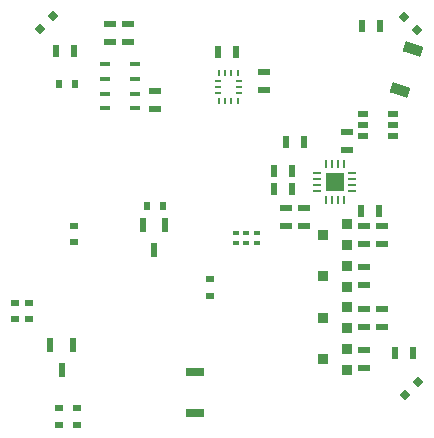
<source format=gtp>
G04 #@! TF.GenerationSoftware,KiCad,Pcbnew,(6.0.2-0)*
G04 #@! TF.CreationDate,2022-07-16T10:45:31+02:00*
G04 #@! TF.ProjectId,Crazyflie contol board,4372617a-7966-46c6-9965-20636f6e746f,2.2*
G04 #@! TF.SameCoordinates,Original*
G04 #@! TF.FileFunction,Paste,Top*
G04 #@! TF.FilePolarity,Positive*
%FSLAX46Y46*%
G04 Gerber Fmt 4.6, Leading zero omitted, Abs format (unit mm)*
G04 Created by KiCad (PCBNEW (6.0.2-0)) date 2022-07-16 10:45:31*
%MOMM*%
%LPD*%
G01*
G04 APERTURE LIST*
G04 Aperture macros list*
%AMRotRect*
0 Rectangle, with rotation*
0 The origin of the aperture is its center*
0 $1 length*
0 $2 width*
0 $3 Rotation angle, in degrees counterclockwise*
0 Add horizontal line*
21,1,$1,$2,0,0,$3*%
G04 Aperture macros list end*
%ADD10R,0.816864X0.816864*%
%ADD11R,0.899770X0.612038*%
%ADD12R,1.036320X0.548640*%
%ADD13R,0.548640X1.036320*%
%ADD14O,0.707136X0.178004*%
%ADD15O,0.178004X0.707136*%
%ADD16R,1.570330X1.570330*%
%ADD17RotRect,0.704698X0.704698X225.000000*%
%ADD18RotRect,0.704698X0.704698X135.000000*%
%ADD19RotRect,0.704698X0.704698X45.000000*%
%ADD20RotRect,1.570330X0.899770X162.000000*%
%ADD21R,0.899770X0.419404*%
%ADD22R,0.514502X0.321868*%
%ADD23R,0.707040X0.515040*%
%ADD24R,1.571040X0.707040*%
%ADD25R,0.515040X0.707040*%
%ADD26R,0.515040X1.187040*%
%ADD27R,0.179040X0.587040*%
%ADD28R,0.587040X0.179040*%
G04 APERTURE END LIST*
D10*
X147985480Y-103502460D03*
X150017480Y-104391460D03*
X150017480Y-102613460D03*
X147985480Y-107002580D03*
X150017480Y-107891580D03*
X150017480Y-106113580D03*
X147985480Y-110502700D03*
X150017480Y-111391700D03*
X150017480Y-109613700D03*
X147985480Y-114002820D03*
X150017480Y-114891820D03*
X150017480Y-113113820D03*
D11*
X151429720Y-93251020D03*
X151429720Y-94203520D03*
X151429720Y-95156020D03*
X153969720Y-95156020D03*
X153969720Y-94203520D03*
X153969720Y-93251020D03*
D12*
X152999440Y-111264700D03*
X152999440Y-109740700D03*
X143000000Y-91262000D03*
X143000000Y-89738000D03*
D13*
X140662660Y-88000000D03*
X139138660Y-88000000D03*
D12*
X131500880Y-85641180D03*
X131500880Y-87165180D03*
X129999740Y-85641180D03*
X129999740Y-87165180D03*
D13*
X155661360Y-113502440D03*
X154137360Y-113502440D03*
X152760680Y-101503480D03*
X151236680Y-101503480D03*
D12*
X152999440Y-104264460D03*
X152999440Y-102740460D03*
D13*
X125437900Y-87904320D03*
X126961900Y-87904320D03*
D12*
X151500840Y-114764820D03*
X151500840Y-113240820D03*
X151500840Y-111264700D03*
X151500840Y-109740700D03*
X151500840Y-107764580D03*
X151500840Y-106240580D03*
X151500840Y-104264460D03*
X151500840Y-102740460D03*
D14*
X150500080Y-99755960D03*
X150500080Y-99253040D03*
X150500080Y-98755200D03*
X150500080Y-98254820D03*
D15*
X149748240Y-97502980D03*
X149247860Y-97502980D03*
X148747480Y-97502980D03*
X148249640Y-97502980D03*
D14*
X147497800Y-98257360D03*
X147497800Y-98755200D03*
X147497800Y-99255580D03*
X147497800Y-99755960D03*
D15*
X148249640Y-100505260D03*
X148747480Y-100505260D03*
X149247860Y-100505260D03*
X149748240Y-100505260D03*
D16*
X148998940Y-99004120D03*
D17*
X156028635Y-115972345D03*
X154968965Y-117032015D03*
D18*
X155929575Y-86132915D03*
X154869905Y-85073245D03*
D19*
X124069865Y-86033855D03*
X125129535Y-84974185D03*
D12*
X149999700Y-94742000D03*
X149999700Y-96266000D03*
X144899380Y-102765860D03*
X144899380Y-101241860D03*
D13*
X145361660Y-99603560D03*
X143837660Y-99603560D03*
X151338280Y-85803740D03*
X152862280Y-85803740D03*
D12*
X146400520Y-102765860D03*
X146400520Y-101241860D03*
D13*
X143837660Y-98102420D03*
X145361660Y-98102420D03*
X144838420Y-95603060D03*
X146362420Y-95603060D03*
D20*
X154543524Y-91214700D03*
X155656516Y-87789260D03*
D12*
X133799580Y-91340940D03*
X133799580Y-92864940D03*
D21*
X129550160Y-89029540D03*
X129550160Y-90279220D03*
X129550160Y-91528900D03*
X129550160Y-92778580D03*
X132049520Y-92778580D03*
X132049520Y-91528900D03*
X132059680Y-90279220D03*
X132049520Y-89029540D03*
D22*
X142400020Y-103299260D03*
X142400020Y-104198420D03*
X141500860Y-103299260D03*
X141500860Y-104198420D03*
X140599160Y-103299260D03*
X140599160Y-104198420D03*
D23*
X138430000Y-107250000D03*
X138430000Y-108650000D03*
D24*
X137160000Y-115140000D03*
X137160000Y-118540000D03*
D23*
X127150000Y-118150000D03*
X127150000Y-119550000D03*
X125684280Y-118150000D03*
X125684280Y-119550000D03*
D25*
X125645720Y-90713560D03*
X127045720Y-90713560D03*
D23*
X123139200Y-109227160D03*
X123139200Y-110627160D03*
X126888240Y-104129840D03*
X126888240Y-102729840D03*
X121889520Y-109231200D03*
X121889520Y-110631200D03*
D25*
X133082840Y-101086920D03*
X134482840Y-101086920D03*
D26*
X126832400Y-112819760D03*
X124932400Y-112819760D03*
X125882400Y-114919760D03*
X134655560Y-102676960D03*
X132755560Y-102676960D03*
X133705560Y-104776960D03*
D27*
X139200000Y-92175000D03*
X139750000Y-92175000D03*
X140250000Y-92175000D03*
X140800000Y-92175000D03*
D28*
X140925000Y-91500000D03*
X140925000Y-91000000D03*
X140925000Y-90500000D03*
D27*
X140800000Y-89825000D03*
X140250000Y-89825000D03*
X139750000Y-89825000D03*
X139200000Y-89825000D03*
D28*
X139075000Y-90500000D03*
X139075000Y-91000000D03*
X139075000Y-91500000D03*
M02*

</source>
